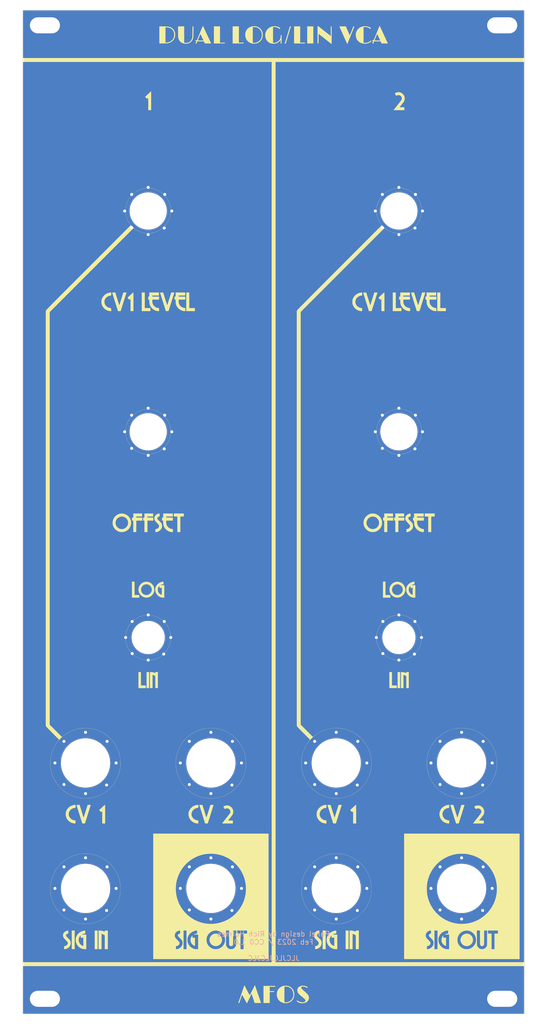
<source format=kicad_pcb>
(kicad_pcb (version 20221018) (generator pcbnew)
  (layers (0 "F.Cu" signal) (31 "B.Cu" signal) (34 "B.Paste" user) (35 "F.Paste" user) (36 "B.SilkS" user "B.Silkscreen") (37 "F.SilkS" user "F.Silkscreen") (38 "B.Mask" user) (39 "F.Mask" user) (44 "Edge.Cuts" user))
  (net 0 "")
  (net 1 "GND")
  (footprint "Kosmo_panel:Kosmo_Pot_Hole" (layer "F.Cu") (at 92 46)
    (fp_text reference "H6" hide)
    (fp_text value "Pot_Hole")
    (fp_circle (center 0 0) (end 3.7 0) (stroke (width 0.05)) (fill none) (layer "Edge.Cuts"))
    (pad "1" smd custom (at -4.7 0) (size 0.5 0.5) (layers "F.Cu" "F.Paste" "F.Mask") (net 1 "GND") (options (clearance outline) (anchor circle)) (primitives (gr_circle (center 4.7 0) (end 9.4 0) (width 1.6) (fill none))))
    (pad "1" smd custom (at -4.7 0) (size 0.5 0.5) (layers "B.Cu" "B.Paste" "B.Mask") (net 1 "GND") (options (clearance outline) (anchor circle)) (primitives (gr_circle (center 4.7 0) (end 9.4 0) (width 1.6) (fill none))))
    (pad "1" thru_hole circle (at -4.7 0) (size 0.8 0.8) (drill 0.6) (layers "*.Cu" "*.Mask") (net 1 "GND"))
    (pad "1" thru_hole circle (at -3.3 -3.3) (size 0.8 0.8) (drill 0.6) (layers "*.Cu" "*.Mask") (net 1 "GND"))
    (pad "1" thru_hole circle (at -3.3 3.3) (size 0.8 0.8) (drill 0.6) (layers "*.Cu" "*.Mask") (net 1 "GND"))
    (pad "1" thru_hole circle (at 0 -4.7) (size 0.8 0.8) (drill 0.6) (layers "*.Cu" "*.Mask") (net 1 "GND"))
    (pad "1" thru_hole circle (at 0 4.7) (size 0.8 0.8) (drill 0.6) (layers "*.Cu" "*.Mask") (net 1 "GND"))
    (pad "1" thru_hole circle (at 3.2 3.4) (size 0.8 0.8) (drill 0.6) (layers "*.Cu" "*.Mask") (net 1 "GND"))
    (pad "1" thru_hole circle (at 3.3 -3.3) (size 0.8 0.8) (drill 0.6) (layers "*.Cu" "*.Mask") (net 1 "GND"))
    (pad "1" thru_hole circle (at 4.7 0) (size 0.8 0.8) (drill 0.6) (layers "*.Cu" "*.Mask") (net 1 "GND"))
  )
  (footprint "Kosmo_panel:Kosmo_Panel_Dual_Slotted_Mounting_Holes" (layer "F.Cu") (at 20 203)
    (fp_text reference "H4" hide)
    (fp_text value "Mounting_Holes_Slotted")
    (pad "1" thru_hole oval (at 1.4 -194) (size 6.8 4) (drill oval 6 3.2) (layers "*.Cu" "*.Mask") (net 1 "GND"))
    (pad "1" thru_hole oval (at 1.4 0) (size 6.8 4) (drill oval 6 3.2) (layers "*.Cu" "*.Mask") (net 1 "GND"))
  )
  (footprint "Kosmo_panel:Kosmo_Switch_Hole" (layer "F.Cu") (at 92 131)
    (fp_text reference "H7" hide)
    (fp_text value "Switch_Hole")
    (fp_circle (center 0 0) (end 3.3 0) (stroke (width 0.05)) (fill none) (layer "Edge.Cuts"))
    (pad "1" smd custom (at -4.5 0) (size 0.5 0.5) (layers "F.Cu" "F.Paste" "F.Mask") (net 1 "GND") (options (clearance outline) (anchor circle)) (primitives (gr_circle (center 4.5 0) (end 9 0) (width 2) (fill none))))
    (pad "1" smd custom (at -4.5 0) (size 0.5 0.5) (layers "B.Cu" "B.Paste" "B.Mask") (net 1 "GND") (options (clearance outline) (anchor circle)) (primitives (gr_circle (center 4.5 0) (end 9 0) (width 2) (fill none))))
    (pad "1" thru_hole circle (at -4.5 0) (size 0.8 0.8) (drill 0.6) (layers "*.Mask" "F.Cu" "In1.Cu" "B.Cu") (net 1 "GND"))
    (pad "1" thru_hole circle (at -3.2 -3.2) (size 0.8 0.8) (drill 0.6) (layers "*.Mask" "F.Cu" "In1.Cu" "B.Cu") (net 1 "GND"))
    (pad "1" thru_hole circle (at -3.2 3.2) (size 0.8 0.8) (drill 0.6) (layers "*.Mask" "F.Cu" "In1.Cu" "B.Cu") (net 1 "GND"))
    (pad "1" thru_hole circle (at 0 -4.5) (size 0.8 0.8) (drill 0.6) (layers "*.Mask" "F.Cu" "In1.Cu" "B.Cu") (net 1 "GND"))
    (pad "1" thru_hole circle (at 0 4.5) (size 0.8 0.8) (drill 0.6) (layers "*.Mask" "F.Cu" "In1.Cu" "B.Cu") (net 1 "GND"))
    (pad "1" thru_hole circle (at 3.1 3.3) (size 0.8 0.8) (drill 0.6) (layers "*.Mask" "F.Cu" "In1.Cu" "B.Cu") (net 1 "GND"))
    (pad "1" thru_hole circle (at 3.2 -3.2) (size 0.8 0.8) (drill 0.6) (layers "*.Mask" "F.Cu" "In1.Cu" "B.Cu") (net 1 "GND"))
    (pad "1" thru_hole circle (at 4.5 0) (size 0.8 0.8) (drill 0.6) (layers "*.Mask" "F.Cu" "In1.Cu" "B.Cu") (net 1 "GND"))
  )
  (footprint "Kosmo_panel:Kosmo_Jack_Hole" (layer "F.Cu") (at 104.5 181)
    (fp_text reference "H16" hide)
    (fp_text value "Jack_Hole")
    (fp_circle (center 0 0) (end 4.9 0) (stroke (width 0.05)) (fill none) (layer "Edge.Cuts"))
    (pad "1" smd custom (at -6.1 0) (size 0.5 0.5) (layers "F.Cu" "F.Paste" "F.Mask") (net 1 "GND") (options (clearance outline) (anchor circle)) (primitives (gr_circle (center 6.1 0) (end 12.2 0) (width 1.9) (fill none))))
    (pad "1" smd custom (at -6.1 0) (size 0.5 0.5) (layers "B.Cu" "B.Paste" "B.Mask") (net 1 "GND") (options (clearance outline) (anchor circle)) (primitives (gr_circle (center 6.1 0) (end 12.2 0) (width 1.9) (fill none))))
    (pad "1" thru_hole circle (at -6.1 0) (size 0.8 0.8) (drill 0.6) (layers "*.Cu" "*.Mask") (net 1 "GND"))
    (pad "1" thru_hole circle (at -4.3 -4.3) (size 0.8 0.8) (drill 0.6) (layers "*.Cu" "*.Mask") (net 1 "GND"))
    (pad "1" thru_hole circle (at -4.3 4.3) (size 0.8 0.8) (drill 0.6) (layers "*.Cu" "*.Mask") (net 1 "GND"))
    (pad "1" thru_hole circle (at 0 -6.1) (size 0.8 0.8) (drill 0.6) (layers "*.Cu" "*.Mask") (net 1 "GND"))
    (pad "1" thru_hole circle (at 0 6.1) (size 0.8 0.8) (drill 0.6) (layers "*.Cu" "*.Mask") (net 1 "GND"))
    (pad "1" thru_hole circle (at 4.2 4.4) (size 0.8 0.8) (drill 0.6) (layers "*.Cu" "*.Mask") (net 1 "GND"))
    (pad "1" thru_hole circle (at 4.3 -4.3) (size 0.8 0.8) (drill 0.6) (layers "*.Cu" "*.Mask") (net 1 "GND"))
    (pad "1" thru_hole circle (at 6.1 0) (size 0.8 0.8) (drill 0.6) (layers "*.Cu" "*.Mask") (net 1 "GND"))
  )
  (footprint "Kosmo_panel:Kosmo_Switch_Hole" (layer "F.Cu") (at 42 131)
    (fp_text reference "H2" hide)
    (fp_text value "Switch_Hole")
    (fp_circle (center 0 0) (end 3.3 0) (stroke (width 0.05)) (fill none) (layer "Edge.Cuts"))
    (pad "1" smd custom (at -4.5 0) (size 0.5 0.5) (layers "F.Cu" "F.Paste" "F.Mask") (net 1 "GND") (options (clearance outline) (anchor circle)) (primitives (gr_circle (center 4.5 0) (end 9 0) (width 2) (fill none))))
    (pad "1" smd custom (at -4.5 0) (size 0.5 0.5) (layers "B.Cu" "B.Paste" "B.Mask") (net 1 "GND") (options (clearance outline) (anchor circle)) (primitives (gr_circle (center 4.5 0) (end 9 0) (width 2) (fill none))))
    (pad "1" thru_hole circle (at -4.5 0) (size 0.8 0.8) (drill 0.6) (layers "*.Mask" "F.Cu" "In1.Cu" "B.Cu") (net 1 "GND"))
    (pad "1" thru_hole circle (at -3.2 -3.2) (size 0.8 0.8) (drill 0.6) (layers "*.Mask" "F.Cu" "In1.Cu" "B.Cu") (net 1 "GND"))
    (pad "1" thru_hole circle (at -3.2 3.2) (size 0.8 0.8) (drill 0.6) (layers "*.Mask" "F.Cu" "In1.Cu" "B.Cu") (net 1 "GND"))
    (pad "1" thru_hole circle (at 0 -4.5) (size 0.8 0.8) (drill 0.6) (layers "*.Mask" "F.Cu" "In1.Cu" "B.Cu") (net 1 "GND"))
    (pad "1" thru_hole circle (at 0 4.5) (size 0.8 0.8) (drill 0.6) (layers "*.Mask" "F.Cu" "In1.Cu" "B.Cu") (net 1 "GND"))
    (pad "1" thru_hole circle (at 3.1 3.3) (size 0.8 0.8) (drill 0.6) (layers "*.Mask" "F.Cu" "In1.Cu" "B.Cu") (net 1 "GND"))
    (pad "1" thru_hole circle (at 3.2 -3.2) (size 0.8 0.8) (drill 0.6) (layers "*.Mask" "F.Cu" "In1.Cu" "B.Cu") (net 1 "GND"))
    (pad "1" thru_hole circle (at 4.5 0) (size 0.8 0.8) (drill 0.6) (layers "*.Mask" "F.Cu" "In1.Cu" "B.Cu") (net 1 "GND"))
  )
  (footprint "Kosmo_panel:Kosmo_Jack_Hole" (layer "F.Cu") (at 54.5 156)
    (fp_text reference "H9" hide)
    (fp_text value "Jack_Hole")
    (fp_circle (center 0 0) (end 4.9 0) (stroke (width 0.05)) (fill none) (layer "Edge.Cuts"))
    (pad "1" smd custom (at -6.1 0) (size 0.5 0.5) (layers "F.Cu" "F.Paste" "F.Mask") (net 1 "GND") (options (clearance outline) (anchor circle)) (primitives (gr_circle (center 6.1 0) (end 12.2 0) (width 1.9) (fill none))))
    (pad "1" smd custom (at -6.1 0) (size 0.5 0.5) (layers "B.Cu" "B.Paste" "B.Mask") (net 1 "GND") (options (clearance outline) (anchor circle)) (primitives (gr_circle (center 6.1 0) (end 12.2 0) (width 1.9) (fill none))))
    (pad "1" thru_hole circle (at -6.1 0) (size 0.8 0.8) (drill 0.6) (layers "*.Cu" "*.Mask") (net 1 "GND"))
    (pad "1" thru_hole circle (at -4.3 -4.3) (size 0.8 0.8) (drill 0.6) (layers "*.Cu" "*.Mask") (net 1 "GND"))
    (pad "1" thru_hole circle (at -4.3 4.3) (size 0.8 0.8) (drill 0.6) (layers "*.Cu" "*.Mask") (net 1 "GND"))
    (pad "1" thru_hole circle (at 0 -6.1) (size 0.8 0.8) (drill 0.6) (layers "*.Cu" "*.Mask") (net 1 "GND"))
    (pad "1" thru_hole circle (at 0 6.1) (size 0.8 0.8) (drill 0.6) (layers "*.Cu" "*.Mask") (net 1 "GND"))
    (pad "1" thru_hole circle (at 4.2 4.4) (size 0.8 0.8) (drill 0.6) (layers "*.Cu" "*.Mask") (net 1 "GND"))
    (pad "1" thru_hole circle (at 4.3 -4.3) (size 0.8 0.8) (drill 0.6) (layers "*.Cu" "*.Mask") (net 1 "GND"))
    (pad "1" thru_hole circle (at 6.1 0) (size 0.8 0.8) (drill 0.6) (layers "*.Cu" "*.Mask") (net 1 "GND"))
  )
  (footprint "Kosmo_panel:Kosmo_Panel_Dual_Slotted_Mounting_Holes" (layer "F.Cu") (at 114 9 180)
    (fp_text reference "H8" hide)
    (fp_text value "Mounting_Holes_Slotted")
    (pad "1" thru_hole oval (at 1.4 -194 180) (size 6.8 4) (drill oval 6 3.2) (layers "*.Cu" "*.Mask") (net 1 "GND"))
    (pad "1" thru_hole oval (at 1.4 0 180) (size 6.8 4) (drill oval 6 3.2) (layers "*.Cu" "*.Mask") (net 1 "GND"))
  )
  (footprint "Kosmo_panel:Kosmo_Jack_Hole" (layer "F.Cu") (at 104.5 156)
    (fp_text reference "H15" hide)
    (fp_text value "Jack_Hole")
    (fp_circle (center 0 0) (end 4.9 0) (stroke (width 0.05)) (fill none) (layer "Edge.Cuts"))
    (pad "1" smd custom (at -6.1 0) (size 0.5 0.5) (layers "F.Cu" "F.Paste" "F.Mask") (net 1 "GND") (options (clearance outline) (anchor circle)) (primitives (gr_circle (center 6.1 0) (end 12.2 0) (width 1.9) (fill none))))
    (pad "1" smd custom (at -6.1 0) (size 0.5 0.5) (layers "B.Cu" "B.Paste" "B.Mask") (net 1 "GND") (options (clearance outline) (anchor circle)) (primitives (gr_circle (center 6.1 0) (end 12.2 0) (width 1.9) (fill none))))
    (pad "1" thru_hole circle (at -6.1 0) (size 0.8 0.8) (drill 0.6) (layers "*.Cu" "*.Mask") (net 1 "GND"))
    (pad "1" thru_hole circle (at -4.3 -4.3) (size 0.8 0.8) (drill 0.6) (layers "*.Cu" "*.Mask") (net 1 "GND"))
    (pad "1" thru_hole circle (at -4.3 4.3) (size 0.8 0.8) (drill 0.6) (layers "*.Cu" "*.Mask") (net 1 "GND"))
    (pad "1" thru_hole circle (at 0 -6.1) (size 0.8 0.8) (drill 0.6) (layers "*.Cu" "*.Mask") (net 1 "GND"))
    (pad "1" thru_hole circle (at 0 6.1) (size 0.8 0.8) (drill 0.6) (layers "*.Cu" "*.Mask") (net 1 "GND"))
    (pad "1" thru_hole circle (at 4.2 4.4) (size 0.8 0.8) (drill 0.6) (layers "*.Cu" "*.Mask") (net 1 "GND"))
    (pad "1" thru_hole circle (at 4.3 -4.3) (size 0.8 0.8) (drill 0.6) (layers "*.Cu" "*.Mask") (net 1 "GND"))
    (pad "1" thru_hole circle (at 6.1 0) (size 0.8 0.8) (drill 0.6) (layers "*.Cu" "*.Mask") (net 1 "GND"))
  )
  (footprint "Kosmo_panel:Kosmo_Jack_Hole" (layer "F.Cu") (at 79.5 181)
    (fp_text reference "H14" hide)
    (fp_text value "Jack_Hole")
    (fp_circle (center 0 0) (end 4.9 0) (stroke (width 0.05)) (fill none) (layer "Edge.Cuts"))
    (pad "1" smd custom (at -6.1 0) (size 0.5 0.5) (layers "F.Cu" "F.Paste" "F.Mask") (net 1 "GND") (options (clearance outline) (anchor circle)) (primitives (gr_circle (center 6.1 0) (end 12.2 0) (width 1.9) (fill none))))
    (pad "1" smd custom (at -6.1 0) (size 0.5 0.5) (layers "B.Cu" "B.Paste" "B.Mask") (net 1 "GND") (options (clearance outline) (anchor circle)) (primitives (gr_circle (center 6.1 0) (end 12.2 0) (width 1.9) (fill none))))
    (pad "1" thru_hole circle (at -6.1 0) (size 0.8 0.8) (drill 0.6) (layers "*.Cu" "*.Mask") (net 1 "GND"))
    (pad "1" thru_hole circle (at -4.3 -4.3) (size 0.8 0.8) (drill 0.6) (layers "*.Cu" "*.Mask") (net 1 "GND"))
    (pad "1" thru_hole circle (at -4.3 4.3) (size 0.8 0.8) (drill 0.6) (layers "*.Cu" "*.Mask") (net 1 "GND"))
    (pad "1" thru_hole circle (at 0 -6.1) (size 0.8 0.8) (drill 0.6) (layers "*.Cu" "*.Mask") (net 1 "GND"))
    (pad "1" thru_hole circle (at 0 6.1) (size 0.8 0.8) (drill 0.6) (layers "*.Cu" "*.Mask") (net 1 "GND"))
    (pad "1" thru_hole circle (at 4.2 4.4) (size 0.8 0.8) (drill 0.6) (layers "*.Cu" "*.Mask") (net 1 "GND"))
    (pad "1" thru_hole circle (at 4.3 -4.3) (size 0.8 0.8) (drill 0.6) (layers "*.Cu" "*.Mask") (net 1 "GND"))
    (pad "1" thru_hole circle (at 6.1 0) (size 0.8 0.8) (drill 0.6) (layers "*.Cu" "*.Mask") (net 1 "GND"))
  )
  (footprint "Kosmo_panel:Kosmo_Jack_Hole" (layer "F.Cu") (at 29.5 181)
    (fp_text reference "H5" hide)
    (fp_text value "Jack_Hole")
    (fp_circle (center 0 0) (end 4.9 0) (stroke (width 0.05)) (fill none) (layer "Edge.Cuts"))
    (pad "1" smd custom (at -6.1 0) (size 0.5 0.5) (layers "F.Cu" "F.Paste" "F.Mask") (net 1 "GND") (options (clearance outline) (anchor circle)) (primitives (gr_circle (center 6.1 0) (end 12.2 0) (width 1.9) (fill none))))
    (pad "1" smd custom (at -6.1 0) (size 0.5 0.5) (layers "B.Cu" "B.Paste" "B.Mask") (net 1 "GND") (options (clearance outline) (anchor circle)) (primitives (gr_circle (center 6.1 0) (end 12.2 0) (width 1.9) (fill none))))
    (pad "1" thru_hole circle (at -6.1 0) (size 0.8 0.8) (drill 0.6) (layers "*.Cu" "*.Mask") (net 1 "GND"))
    (pad "1" thru_hole circle (at -4.3 -4.3) (size 0.8 0.8) (drill 0.6) (layers "*.Cu" "*.Mask") (net 1 "GND"))
    (pad "1" thru_hole circle (at -4.3 4.3) (size 0.8 0.8) (drill 0.6) (layers "*.Cu" "*.Mask") (net 1 "GND"))
    (pad "1" thru_hole circle (at 0 -6.1) (size 0.8 0.8) (drill 0.6) (layers "*.Cu" "*.Mask") (net 1 "GND"))
    (pad "1" thru_hole circle (at 0 6.1) (size 0.8 0.8) (drill 0.6) (layers "*.Cu" "*.Mask") (net 1 "GND"))
    (pad "1" thru_hole circle (at 4.2 4.4) (size 0.8 0.8) (drill 0.6) (layers "*.Cu" "*.Mask") (net 1 "GND"))
    (pad "1" thru_hole circle (at 4.3 -4.3) (size 0.8 0.8) (drill 0.6) (layers "*.Cu" "*.Mask") (net 1 "GND"))
    (pad "1" thru_hole circle (at 6.1 0) (size 0.8 0.8) (drill 0.6) (layers "*.Cu" "*.Mask") (net 1 "GND"))
  )
  (footprint "mfos_vca-panel:mfos_vca_panel_100_holes" (layer "F.Cu") (at 67 106)
    (fp_text reference "GRAF1" hide)
    (fp_text value "Holes" hide)
  )
  (footprint "Kosmo_panel:Kosmo_Pot_Hole" (layer "F.Cu") (at 42 90)
    (fp_text reference "H10" hide)
    (fp_text value "Pot_Hole")
    (fp_circle (center 0 0) (end 3.7 0) (stroke (width 0.05)) (fill none) (layer "Edge.Cuts"))
    (pad "1" smd custom (at -4.7 0) (size 0.5 0.5) (layers "F.Cu" "F.Paste" "F.Mask") (net 1 "GND") (options (clearance outline) (anchor circle)) (primitives (gr_circle (center 4.7 0) (end 9.4 0) (width 1.6) (fill none))))
    (pad "1" smd custom (at -4.7 0) (size 0.5 0.5) (layers "B.Cu" "B.Paste" "B.Mask") (net 1 "GND") (options (clearance outline) (anchor circle)) (primitives (gr_circle (center 4.7 0) (end 9.4 0) (width 1.6) (fill none))))
    (pad "1" thru_hole circle (at -4.7 0) (size 0.8 0.8) (drill 0.6) (layers "*.Cu" "*.Mask") (net 1 "GND"))
    (pad "1" thru_hole circle (at -3.3 -3.3) (size 0.8 0.8) (drill 0.6) (layers "*.Cu" "*.Mask") (net 1 "GND"))
    (pad "1" thru_hole circle (at -3.3 3.3) (size 0.8 0.8) (drill 0.6) (layers "*.Cu" "*.Mask") (net 1 "GND"))
    (pad "1" thru_hole circle (at 0 -4.7) (size 0.8 0.8) (drill 0.6) (layers "*.Cu" "*.Mask") (net 1 "GND"))
    (pad "1" thru_hole circle (at 0 4.7) (size 0.8 0.8) (drill 0.6) (layers "*.Cu" "*.Mask") (net 1 "GND"))
    (pad "1" thru_hole circle (at 3.2 3.4) (size 0.8 0.8) (drill 0.6) (layers "*.Cu" "*.Mask") (net 1 "GND"))
    (pad "1" thru_hole circle (at 3.3 -3.3) (size 0.8 0.8) (drill 0.6) (layers "*.Cu" "*.Mask") (net 1 "GND"))
    (pad "1" thru_hole circle (at 4.7 0) (size 0.8 0.8) (drill 0.6) (layers "*.Cu" "*.Mask") (net 1 "GND"))
  )
  (footprint "Kosmo_panel:Kosmo_Jack_Hole" (layer "F.Cu") (at 79.5 156)
    (fp_text reference "H13" hide)
    (fp_text value "Jack_Hole")
    (fp_circle (center 0 0) (end 4.9 0) (stroke (width 0.05)) (fill none) (layer "Edge.Cuts"))
    (pad "1" smd custom (at -6.1 0) (size 0.5 0.5) (layers "F.Cu" "F.Paste" "F.Mask") (net 1 "GND") (options (clearance outline) (anchor circle)) (primitives (gr_circle (center 6.1 0) (end 12.2 0) (width 1.9) (fill none))))
    (pad "1" smd custom (at -6.1 0) (size 0.5 0.5) (layers "B.Cu" "B.Paste" "B.Mask") (net 1 "GND") (options (clearance outline) (anchor circle)) (primitives (gr_circle (center 6.1 0) (end 12.2 0) (width 1.9) (fill none))))
    (pad "1" thru_hole circle (at -6.1 0) (size 0.8 0.8) (drill 0.6) (layers "*.Cu" "*.Mask") (net 1 "GND"))
    (pad "1" thru_hole circle (at -4.3 -4.3) (size 0.8 0.8) (drill 0.6) (layers "*.Cu" "*.Mask") (net 1 "GND"))
    (pad "1" thru_hole circle (at -4.3 4.3) (size 0.8 0.8) (drill 0.6) (layers "*.Cu" "*.Mask") (net 1 "GND"))
    (pad "1" thru_hole circle (at 0 -6.1) (size 0.8 0.8) (drill 0.6) (layers "*.Cu" "*.Mask") (net 1 "GND"))
    (pad "1" thru_hole circle (at 0 6.1) (size 0.8 0.8) (drill 0.6) (layers "*.Cu" "*.Mask") (net 1 "GND"))
    (pad "1" thru_hole circle (at 4.2 4.4) (size 0.8 0.8) (drill 0.6) (layers "*.Cu" "*.Mask") (net 1 "GND"))
    (pad "1" thru_hole circle (at 4.3 -4.3) (size 0.8 0.8) (drill 0.6) (layers "*.Cu" "*.Mask") (net 1 "GND"))
    (pad "1" thru_hole circle (at 6.1 0) (size 0.8 0.8) (drill 0.6) (layers "*.Cu" "*.Mask") (net 1 "GND"))
  )
  (footprint "Kosmo_panel:Kosmo_Jack_Hole" (layer "F.Cu") (at 54.5 181)
    (fp_text reference "H11" hide)
    (fp_text value "Jack_Hole")
    (fp_circle (center 0 0) (end 4.9 0) (stroke (width 0.05)) (fill none) (layer "Edge.Cuts"))
    (pad "1" smd custom (at -6.1 0) (size 0.5 0.5) (layers "F.Cu" "F.Paste" "F.Mask") (net 1 "GND") (options (clearance outline) (anchor circle)) (primitives (gr_circle (center 6.1 0) (end 12.2 0) (width 1.9) (fill none))))
    (pad "1" smd custom (at -6.1 0) (size 0.5 0.5) (layers "B.Cu" "B.Paste" "B.Mask") (net 1 "GND") (options (clearance outline) (anchor circle)) (primitives (gr_circle (center 6.1 0) (end 12.2 0) (width 1.9) (fill none))))
    (pad "1" thru_hole circle (at -6.1 0) (size 0.8 0.8) (drill 0.6) (layers "*.Cu" "*.Mask") (net 1 "GND"))
    (pad "1" thru_hole circle (at -4.3 -4.3) (size 0.8 0.8) (drill 0.6) (layers "*.Cu" "*.Mask") (net 1 "GND"))
    (pad "1" thru_hole circle (at -4.3 4.3) (size 0.8 0.8) (drill 0.6) (layers "*.Cu" "*.Mask") (net 1 "GND"))
    (pad "1" thru_hole circle (at 0 -6.1) (size 0.8 0.8) (drill 0.6) (layers "*.Cu" "*.Mask") (net 1 "GND"))
    (pad "1" thru_hole circle (at 0 6.1) (size 0.8 0.8) (drill 0.6) (layers "*.Cu" "*.Mask") (net 1 "GND"))
    (pad "1" thru_hole circle (at 4.2 4.4) (size 0.8 0.8) (drill 0.6) (layers "*.Cu" "*.Mask") (net 1 "GND"))
    (pad "1" thru_hole circle (at 4.3 -4.3) (size 0.8 0.8) (drill 0.6) (layers "*.Cu" "*.Mask") (net 1 "GND"))
    (pad "1" thru_hole circle (at 6.1 0) (size 0.8 0.8) (drill 0.6) (layers "*.Cu" "*.Mask") (net 1 "GND"))
  )
  (footprint "mfos_vca-panel:mfos_vca_panel_100_art" (layer "F.Cu") (at 67 106)
    (fp_text reference "GRAF2" hide)
    (fp_text value "Art" hide)
  )
  (footprint "Kosmo_panel:Kosmo_Pot_Hole" (layer "F.Cu") (at 92 90)
    (fp_text reference "H12" hide)
    (fp_text value "Pot_Hole")
    (fp_circle (center 0 0) (end 3.7 0) (stroke (width 0.05)) (fill none) (layer "Edge.Cuts"))
    (pad "1" smd custom (at -4.7 0) (size 0.5 0.5) (layers "F.Cu" "F.Paste" "F.Mask") (net 1 "GND") (options (clearance outline) (anchor circle)) (primitives (gr_circle (center 4.7 0) (end 9.4 0) (width 1.6) (fill none))))
    (pad "1" smd custom (at -4.7 0) (size 0.5 0.5) (layers "B.Cu" "B.Paste" "B.Mask") (net 1 "GND") (options (clearance outline) (anchor circle)) (primitives (gr_circle (center 4.7 0) (end 9.4 0) (width 1.6) (fill none))))
    (pad "1" thru_hole circle (at -4.7 0) (size 0.8 0.8) (drill 0.6) (layers "*.Cu" "*.Mask") (net 1 "GND"))
    (pad "1" thru_hole circle (at -3.3 -3.3) (size 0.8 0.8) (drill 0.6) (layers "*.Cu" "*.Mask") (net 1 "GND"))
    (pad "1" thru_hole circle (at -3.3 3.3) (size 0.8 0.8) (drill 0.6) (layers "*.Cu" "*.Mask") (net 1 "GND"))
    (pad "1" thru_hole circle (at 0 -4.7) (size 0.8 0.8) (drill 0.6) (layers "*.Cu" "*.Mask") (net 1 "GND"))
    (pad "1" thru_hole circle (at 0 4.7) (size 0.8 0.8) (drill 0.6) (layers "*.Cu" "*.Mask") (net 1 "GND"))
    (pad "1" thru_hole circle (at 3.2 3.4) (size 0.8 0.8) (drill 0.6) (layers "*.Cu" "*.Mask") (net 1 "GND"))
    (pad "1" thru_hole circle (at 3.3 -3.3) (size 0.8 0.8) (drill 0.6) (layers "*.Cu" "*.Mask") (net 1 "GND"))
    (pad "1" thru_hole circle (at 4.7 0) (size 0.8 0.8) (drill 0.6) (layers "*.Cu" "*.Mask") (net 1 "GND"))
  )
  (footprint "Kosmo_panel:Kosmo_Pot_Hole" (layer "F.Cu") (at 42 46)
    (fp_text reference "H1" hide)
    (fp_text value "Pot_Hole")
    (fp_circle (center 0 0) (end 3.7 0) (stroke (width 0.05)) (fill none) (layer "Edge.Cuts"))
    (pad "1" smd custom (at -4.7 0) (size 0.5 0.5) (layers "F.Cu" "F.Paste" "F.Mask") (net 1 "GND") (options (clearance outline) (anchor circle)) (primitives (gr_circle (center 4.7 0) (end 9.4 0) (width 1.6) (fill none))))
    (pad "1" smd custom (at -4.7 0) (size 0.5 0.5) (layers "B.Cu" "B.Paste" "B.Mask") (net 1 "GND") (options (clearance outline) (anchor circle)) (primitives (gr_circle (center 4.7 0) (end 9.4 0) (width 1.6) (fill none))))
    (pad "1" thru_hole circle (at -4.7 0) (size 0.8 0.8) (drill 0.6) (layers "*.Cu" "*.Mask") (net 1 "GND"))
    (pad "1" thru_hole circle (at -3.3 -3.3) (size 0.8 0.8) (drill 0.6) (layers "*.Cu" "*.Mask") (net 1 "GND"))
    (pad "1" thru_hole circle (at -3.3 3.3) (size 0.8 0.8) (drill 0.6) (layers "*.Cu" "*.Mask") (net 1 "GND"))
    (pad "1" thru_hole circle (at 0 -4.7) (size 0.8 0.8) (drill 0.6) (layers "*.Cu" "*.Mask") (net 1 "GND"))
    (pad "1" thru_hole circle (at 0 4.7) (size 0.8 0.8) (drill 0.6) (layers "*.Cu" "*.Mask") (net 1 "GND"))
    (pad "1" thru_hole circle (at 3.2 3.4) (size 0.8 0.8) (drill 0.6) (layers "*.Cu" "*.Mask") (net 1 "GND"))
    (pad "1" thru_hole circle (at 3.3 -3.3) (size 0.8 0.8) (drill 0.6) (layers "*.Cu" "*.Mask") (net 1 "GND"))
    (pad "1" thru_hole circle (at 4.7 0) (size 0.8 0.8) (drill 0.6) (layers "*.Cu" "*.Mask") (net 1 "GND"))
  )
  (footprint "Kosmo_panel:Kosmo_Jack_Hole" (layer "F.Cu") (at 29.5 156)
    (fp_text reference "H3" hide)
    (fp_text value "Jack_Hole")
    (fp_circle (center 0 0) (end 4.9 0) (stroke (width 0.05)) (fill none) (layer "Edge.Cuts"))
    (pad "1" smd custom (at -6.1 0) (size 0.5 0.5) (layers "F.Cu" "F.Paste" "F.Mask") (net 1 "GND") (options (clearance outline) (anchor circle)) (primitives (gr_circle (center 6.1 0) (end 12.2 0) (width 1.9) (fill none))))
    (pad "1" smd custom (at -6.1 0) (size 0.5 0.5) (layers "B.Cu" "B.Paste" "B.Mask") (net 1 "GND") (options (clearance outline) (anchor circle)) (primitives (gr_circle (center 6.1 0) (end 12.2 0) (width 1.9) (fill none))))
    (pad "1" thru_hole circle (at -6.1 0) (size 0.8 0.8) (drill 0.6) (layers "*.Cu" "*.Mask") (net 1 "GND"))
    (pad "1" thru_hole circle (at -4.3 -4.3) (size 0.8 0.8) (drill 0.6) (layers "*.Cu" "*.Mask") (net 1 "GND"))
    (pad "1" thru_hole circle (at -4.3 4.3) (size 0.8 0.8) (drill 0.6) (layers "*.Cu" "*.Mask") (net 1 "GND"))
    (pad "1" thru_hole circle (at 0 -6.1) (size 0.8 0.8) (drill 0.6) (layers "*.Cu" "*.Mask") (net 1 "GND"))
    (pad "1" thru_hole circle (at 0 6.1) (size 0.8 0.8) (drill 0.6) (layers "*.Cu" "*.Mask") (net 1 "GND"))
    (pad "1" thru_hole circle (at 4.2 4.4) (size 0.8 0.8) (drill 0.6) (layers "*.Cu" "*.Mask") (net 1 "GND"))
    (pad "1" thru_hole circle (at 4.3 -4.3) (size 0.8 0.8) (drill 0.6) (layers "*.Cu" "*.Mask") (net 1 "GND"))
    (pad "1" thru_hole circle (at 6.1 0) (size 0.8 0.8) (drill 0.6) (layers "*.Cu" "*.Mask") (net 1 "GND"))
  )
  (gr_rect (start 17 6) (end 117 206) (stroke (width 0.05)) (fill none) (layer "Edge.Cuts"))
  (gr_text "Panel design by Rich Holmes\nFeb 2023 / CC0 1.0\n\nJLCJLCJLCJLC" (at 67 192.5) (layer "B.SilkS") (effects (font (size 1 1)) (justify mirror)))
  (zone (net 1) (net_name "GND") (layers "F&B.Cu") (connect_pads (clearance 0.508)) (min_thickness 0.254) (fill yes (thermal_gap 0.508) (thermal_bridge_width 0.508))
    (polygon (pts (xy 17 6) (xy 117 6) (xy 117 206) (xy 17 206)))
  )
)
</source>
